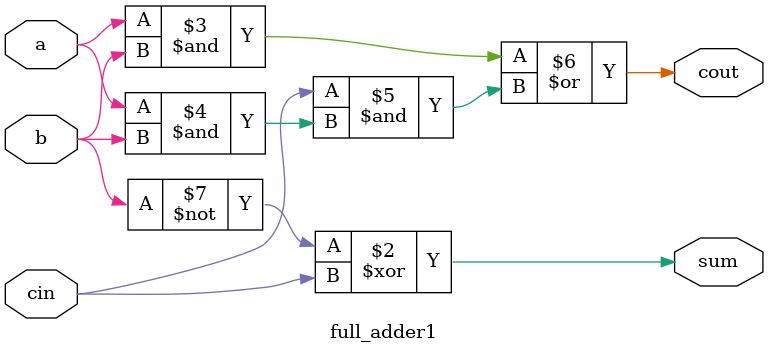
<source format=v>
module full_adder1(a,b,cin,sum,cout);
input a,b,cin;
output sum,cout;
assign sum = 1'b1^b^cin;
assign cout = a&b|cin&(a&b); 
// initial begin
//     $display("The incorrect adder with xor0 having in1/1");
// end   
endmodule
</source>
